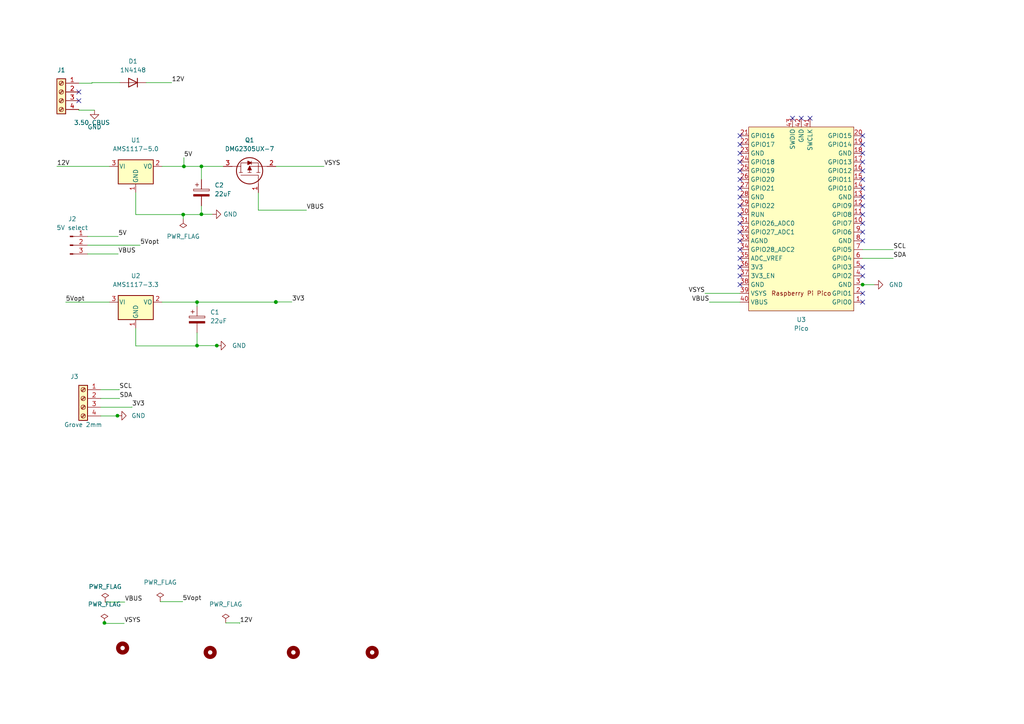
<source format=kicad_sch>
(kicad_sch (version 20211123) (generator eeschema)
  (paper "A4")
  (title_block (title "Can Pico Basic Board") (date "2024-03-26") (rev "1.0"))
  (lib_symbols
    (symbol "Connector:Conn_01x03_Male" (pin_names (offset 1.016) hide)
      (property "Reference" "J" (at 0 5.08 0))
      (property "Value" "Conn_01x03_Male" (at 0 -5.08 0))
      (symbol "Conn_01x03_Male_1_1"
        (polyline (pts (xy 1.27 -2.54) (xy 0.8636 -2.54)) (stroke (width 0.1524)))
        (polyline (pts (xy 1.27 0) (xy 0.8636 0)) (stroke (width 0.1524)))
        (polyline (pts (xy 1.27 2.54) (xy 0.8636 2.54)) (stroke (width 0.1524)))
        (rectangle (start 0.8636 -2.413) (end 0 -2.667) (stroke (width 0.1524)) (fill (type outline)))
        (rectangle (start 0.8636 0.127) (end 0 -0.127) (stroke (width 0.1524)) (fill (type outline)))
        (rectangle (start 0.8636 2.667) (end 0 2.413) (stroke (width 0.1524)) (fill (type outline)))
        (pin passive line (at 5.08 2.54 180) (length 3.81) (name "Pin_1") (number "1"))
        (pin passive line (at 5.08 0 180) (length 3.81) (name "Pin_2") (number "2"))
        (pin passive line (at 5.08 -2.54 180) (length 3.81) (name "Pin_3") (number "3"))
      )
    )
    (symbol "Connector:Screw_Terminal_01x04" (pin_names (offset 1.016) hide)
      (property "Reference" "J" (at 0 5.08 0))
      (property "Value" "Screw_Terminal_01x04" (at 0 -7.62 0))
      (symbol "Screw_Terminal_01x04_1_1"
        (rectangle (start -1.27 3.81) (end 1.27 -6.35) (stroke (width 0.254)) (fill (type background)))
        (circle (center 0 -5.08) (radius 0.635) (stroke (width 0.1524)))
        (circle (center 0 -2.54) (radius 0.635) (stroke (width 0.1524)))
        (polyline (pts (xy -0.5334 -4.7498) (xy 0.3302 -5.588)) (stroke (width 0.1524)))
        (polyline (pts (xy -0.5334 -2.2098) (xy 0.3302 -3.048)) (stroke (width 0.1524)))
        (polyline (pts (xy -0.5334 0.3302) (xy 0.3302 -0.508)) (stroke (width 0.1524)))
        (polyline (pts (xy -0.5334 2.8702) (xy 0.3302 2.032)) (stroke (width 0.1524)))
        (polyline (pts (xy -0.3556 -4.572) (xy 0.508 -5.4102)) (stroke (width 0.1524)))
        (polyline (pts (xy -0.3556 -2.032) (xy 0.508 -2.8702)) (stroke (width 0.1524)))
        (polyline (pts (xy -0.3556 0.508) (xy 0.508 -0.3302)) (stroke (width 0.1524)))
        (polyline (pts (xy -0.3556 3.048) (xy 0.508 2.2098)) (stroke (width 0.1524)))
        (circle (center 0 0) (radius 0.635) (stroke (width 0.1524)))
        (circle (center 0 2.54) (radius 0.635) (stroke (width 0.1524)))
        (pin passive line (at -5.08 2.54 0) (length 3.81) (name "Pin_1") (number "1"))
        (pin passive line (at -5.08 0 0) (length 3.81) (name "Pin_2") (number "2"))
        (pin passive line (at -5.08 -2.54 0) (length 3.81) (name "Pin_3") (number "3"))
        (pin passive line (at -5.08 -5.08 0) (length 3.81) (name "Pin_4") (number "4"))
      )
    )
    (symbol "DMG2305:DMG2305UX-7" (pin_names (offset 0.762))
      (property "Reference" "Q" (at 11.43 3.81 0))
      (property "Value" "DMG2305UX-7" (at 11.43 1.27 0))
      (symbol "DMG2305UX-7_0_0"
        (pin passive line (at 0 0 0) (length 2.54) (name "~") (number "1"))
        (pin passive line (at 7.62 -5.08 90) (length 2.54) (name "~") (number "2"))
        (pin passive line (at 7.62 10.16 270) (length 2.54) (name "~") (number "3"))
      )
      (symbol "DMG2305UX-7_0_1"
        (polyline (pts (xy 5.842 -0.508) (xy 5.842 0.508)) (stroke (width 0.1524)))
        (polyline (pts (xy 5.842 0) (xy 7.62 0)) (stroke (width 0.1524)))
        (polyline (pts (xy 5.842 2.032) (xy 5.842 3.048)) (stroke (width 0.1524)))
        (polyline (pts (xy 5.842 5.588) (xy 5.842 4.572)) (stroke (width 0.1524)))
        (polyline (pts (xy 7.62 2.54) (xy 5.842 2.54)) (stroke (width 0.1524)))
        (polyline (pts (xy 7.62 2.54) (xy 7.62 -2.54)) (stroke (width 0.1524)))
        (polyline (pts (xy 7.62 5.08) (xy 5.842 5.08)) (stroke (width 0.1524)))
        (polyline (pts (xy 7.62 5.08) (xy 7.62 7.62)) (stroke (width 0.1524)))
        (polyline (pts (xy 8.128 2.032) (xy 9.144 2.032)) (stroke (width 0.1524)))
        (polyline (pts (xy 2.54 0) (xy 5.08 0) (xy 5.08 5.08)) (stroke (width 0.1524)))
        (polyline (pts (xy 8.636 2.032) (xy 8.636 0) (xy 7.62 0)) (stroke (width 0.1524)))
        (polyline (pts (xy 8.636 3.048) (xy 8.636 5.08) (xy 7.62 5.08)) (stroke (width 0.1524)))
        (polyline (pts (xy 7.62 2.54) (xy 6.604 3.048) (xy 6.604 2.032) (xy 7.62 2.54)) (stroke (width 0.254)) (fill (type outline)))
        (polyline (pts (xy 8.636 2.032) (xy 8.128 3.048) (xy 9.144 3.048) (xy 8.636 2.032)) (stroke (width 0.254)) (fill (type outline)))
        (circle (center 6.35 2.54) (radius 3.81) (stroke (width 0.254)))
      )
    )
    (symbol "Device:C_Polarized" (pin_numbers hide) (pin_names (offset 0.254))
      (property "Reference" "C" (at 0.635 2.54 0))
      (property "Value" "C_Polarized" (at 0.635 -2.54 0))
      (symbol "C_Polarized_0_1"
        (rectangle (start -2.286 0.508) (end 2.286 1.016))
        (polyline (pts (xy -1.778 2.286) (xy -0.762 2.286)))
        (polyline (pts (xy -1.27 2.794) (xy -1.27 1.778)))
        (rectangle (start 2.286 -0.508) (end -2.286 -1.016) (fill (type outline)))
      )
      (symbol "C_Polarized_1_1"
        (pin passive line (at 0 3.81 270) (length 2.794) (name "~") (number "1"))
        (pin passive line (at 0 -3.81 90) (length 2.794) (name "~") (number "2"))
      )
    )
    (symbol "Diode:1N4148" (pin_numbers hide) (pin_names hide)
      (property "Reference" "D" (at 0 2.54 0))
      (property "Value" "1N4148" (at 0 -2.54 0))
      (symbol "1N4148_0_1"
        (polyline (pts (xy -1.27 1.27) (xy -1.27 -1.27)) (stroke (width 0.254)))
        (polyline (pts (xy 1.27 0) (xy -1.27 0)))
        (polyline (pts (xy 1.27 1.27) (xy 1.27 -1.27) (xy -1.27 0) (xy 1.27 1.27)) (stroke (width 0.254)))
      )
      (symbol "1N4148_1_1"
        (pin passive line (at -3.81 0 0) (length 2.54) (name "K") (number "1"))
        (pin passive line (at 3.81 0 180) (length 2.54) (name "A") (number "2"))
      )
    )
    (symbol "MCU_RaspberryPi_and_Boards:Pico"
      (property "Reference" "U" (at -13.97 27.94 0))
      (property "Value" "Pico" (at 0 19.05 0))
      (symbol "Pico_0_0"
        (text "Raspberry Pi Pico" (at 0 21.59 0) (effects (font (size 1.27 1.27))))
      )
      (symbol "Pico_0_1"
        (rectangle (start -15.24 26.67) (end 15.24 -26.67) (fill (type background)))
      )
      (symbol "Pico_1_1"
        (pin bidirectional line (at -17.78 24.13 0) (length 2.54) (name "GPIO0") (number "1"))
        (pin bidirectional line (at -17.78 1.27 0) (length 2.54) (name "GPIO7") (number "10"))
        (pin bidirectional line (at -17.78 -1.27 0) (length 2.54) (name "GPIO8") (number "11"))
        (pin bidirectional line (at -17.78 -3.81 0) (length 2.54) (name "GPIO9") (number "12"))
        (pin power_in line (at -17.78 -6.35 0) (length 2.54) (name "GND") (number "13"))
        (pin bidirectional line (at -17.78 -8.89 0) (length 2.54) (name "GPIO10") (number "14"))
        (pin bidirectional line (at -17.78 -11.43 0) (length 2.54) (name "GPIO11") (number "15"))
        (pin bidirectional line (at -17.78 -13.97 0) (length 2.54) (name "GPIO12") (number "16"))
        (pin bidirectional line (at -17.78 -16.51 0) (length 2.54) (name "GPIO13") (number "17"))
        (pin power_in line (at -17.78 -19.05 0) (length 2.54) (name "GND") (number "18"))
        (pin bidirectional line (at -17.78 -21.59 0) (length 2.54) (name "GPIO14") (number "19"))
        (pin bidirectional line (at -17.78 21.59 0) (length 2.54) (name "GPIO1") (number "2"))
        (pin bidirectional line (at -17.78 -24.13 0) (length 2.54) (name "GPIO15") (number "20"))
        (pin bidirectional line (at 17.78 -24.13 180) (length 2.54) (name "GPIO16") (number "21"))
        (pin bidirectional line (at 17.78 -21.59 180) (length 2.54) (name "GPIO17") (number "22"))
        (pin power_in line (at 17.78 -19.05 180) (length 2.54) (name "GND") (number "23"))
        (pin bidirectional line (at 17.78 -16.51 180) (length 2.54) (name "GPIO18") (number "24"))
        (pin bidirectional line (at 17.78 -13.97 180) (length 2.54) (name "GPIO19") (number "25"))
        (pin bidirectional line (at 17.78 -11.43 180) (length 2.54) (name "GPIO20") (number "26"))
        (pin bidirectional line (at 17.78 -8.89 180) (length 2.54) (name "GPIO21") (number "27"))
        (pin power_in line (at 17.78 -6.35 180) (length 2.54) (name "GND") (number "28"))
        (pin bidirectional line (at 17.78 -3.81 180) (length 2.54) (name "GPIO22") (number "29"))
        (pin power_in line (at -17.78 19.05 0) (length 2.54) (name "GND") (number "3"))
        (pin input line (at 17.78 -1.27 180) (length 2.54) (name "RUN") (number "30"))
        (pin bidirectional line (at 17.78 1.27 180) (length 2.54) (name "GPIO26_ADC0") (number "31"))
        (pin bidirectional line (at 17.78 3.81 180) (length 2.54) (name "GPIO27_ADC1") (number "32"))
        (pin power_in line (at 17.78 6.35 180) (length 2.54) (name "AGND") (number "33"))
        (pin bidirectional line (at 17.78 8.89 180) (length 2.54) (name "GPIO28_ADC2") (number "34"))
        (pin power_in line (at 17.78 11.43 180) (length 2.54) (name "ADC_VREF") (number "35"))
        (pin power_in line (at 17.78 13.97 180) (length 2.54) (name "3V3") (number "36"))
        (pin input line (at 17.78 16.51 180) (length 2.54) (name "3V3_EN") (number "37"))
        (pin bidirectional line (at 17.78 19.05 180) (length 2.54) (name "GND") (number "38"))
        (pin power_in line (at 17.78 21.59 180) (length 2.54) (name "VSYS") (number "39"))
        (pin bidirectional line (at -17.78 16.51 0) (length 2.54) (name "GPIO2") (number "4"))
        (pin power_in line (at 17.78 24.13 180) (length 2.54) (name "VBUS") (number "40"))
        (pin input line (at -2.54 -29.21 90) (length 2.54) (name "SWCLK") (number "41"))
        (pin power_in line (at 0 -29.21 90) (length 2.54) (name "GND") (number "42"))
        (pin bidirectional line (at 2.54 -29.21 90) (length 2.54) (name "SWDIO") (number "43"))
        (pin bidirectional line (at -17.78 13.97 0) (length 2.54) (name "GPIO3") (number "5"))
        (pin bidirectional line (at -17.78 11.43 0) (length 2.54) (name "GPIO4") (number "6"))
        (pin bidirectional line (at -17.78 8.89 0) (length 2.54) (name "GPIO5") (number "7"))
        (pin power_in line (at -17.78 6.35 0) (length 2.54) (name "GND") (number "8"))
        (pin bidirectional line (at -17.78 3.81 0) (length 2.54) (name "GPIO6") (number "9"))
      )
    )
    (symbol "Mechanical:MountingHole" (pin_names (offset 1.016))
      (property "Reference" "H" (at 0 5.08 0))
      (property "Value" "MountingHole" (at 0 3.175 0))
      (symbol "MountingHole_0_1"
        (circle (center 0 0) (radius 1.27) (stroke (width 1.27)))
      )
    )
    (symbol "Regulator_Linear:AMS1117-3.3" (pin_names (offset 0.254))
      (property "Reference" "U" (at -3.81 3.175 0))
      (property "Value" "AMS1117-3.3" (at 0 3.175 0))
      (symbol "AMS1117-3.3_0_1"
        (rectangle (start -5.08 -5.08) (end 5.08 1.905) (stroke (width 0.254)) (fill (type background)))
      )
      (symbol "AMS1117-3.3_1_1"
        (pin power_in line (at 0 -7.62 90) (length 2.54) (name "GND") (number "1"))
        (pin power_out line (at 7.62 0 180) (length 2.54) (name "VO") (number "2"))
        (pin power_in line (at -7.62 0 0) (length 2.54) (name "VI") (number "3"))
      )
    )
    (symbol "Regulator_Linear:AMS1117-5.0" (pin_names (offset 0.254))
      (property "Reference" "U" (at -3.81 3.175 0))
      (property "Value" "AMS1117-5.0" (at 0 3.175 0))
      (symbol "AMS1117-5.0_0_1"
        (rectangle (start -5.08 -5.08) (end 5.08 1.905) (stroke (width 0.254)) (fill (type background)))
      )
      (symbol "AMS1117-5.0_1_1"
        (pin power_in line (at 0 -7.62 90) (length 2.54) (name "GND") (number "1"))
        (pin power_out line (at 7.62 0 180) (length 2.54) (name "VO") (number "2"))
        (pin power_in line (at -7.62 0 0) (length 2.54) (name "VI") (number "3"))
      )
    )
    (symbol "power:GND" (power) (pin_names (offset 0))
      (property "Value" "GND" (at 0 -3.81 0))
      (symbol "GND_0_1"
        (polyline (pts (xy 0 0) (xy 0 -1.27) (xy 1.27 -1.27) (xy 0 -2.54) (xy -1.27 -1.27) (xy 0 -1.27)))
      )
      (symbol "GND_1_1"
        (pin power_in line (at 0 0 270) (length 0) hide (name "GND") (number "1"))
      )
    )
    (symbol "power:PWR_FLAG" (power) (pin_numbers hide) (pin_names (offset 0) hide)
      (property "Value" "PWR_FLAG" (at 0 3.81 0))
      (symbol "PWR_FLAG_0_0"
        (pin power_out line (at 0 0 90) (length 0) (name "pwr") (number "1"))
      )
      (symbol "PWR_FLAG_0_1"
        (polyline (pts (xy 0 0) (xy 0 1.27) (xy -1.016 1.905) (xy 0 2.54) (xy 1.016 1.905) (xy 0 1.27)))
      )
    )
  )
  (junction (at 80.01 87.63))
  (junction (at 34.065 120.5719))
  (junction (at 58.42 62.1444))
  (junction (at 53.1444 62.23))
  (junction (at 250.19 82.55))
  (junction (at 30.293 180.6696))
  (junction (at 53.34 48.26))
  (junction (at 62.877 100.2379))
  (junction (at 58.42 48.26))
  (junction (at 80.01 87.5771))
  (junction (at 57.15 100.2425))
  (junction (at 57.15 87.63))
  (no_connect (at 214.63 59.69))
  (no_connect (at 214.63 39.37))
  (no_connect (at 214.63 80.01))
  (no_connect (at 250.19 49.53))
  (no_connect (at 214.63 69.85))
  (no_connect (at 234.95 34.29))
  (no_connect (at 214.63 46.99))
  (no_connect (at 214.63 54.61))
  (no_connect (at 214.63 62.23))
  (no_connect (at 214.63 74.93))
  (no_connect (at 250.19 87.63))
  (no_connect (at 22.86 26.67))
  (no_connect (at 250.19 44.45))
  (no_connect (at 250.19 77.47))
  (no_connect (at 214.63 44.45))
  (no_connect (at 250.19 64.77))
  (no_connect (at 214.63 72.39))
  (no_connect (at 214.63 82.55))
  (no_connect (at 250.19 54.61))
  (no_connect (at 250.19 52.07))
  (no_connect (at 214.63 67.31))
  (no_connect (at 250.19 85.09))
  (no_connect (at 232.41 34.29))
  (no_connect (at 250.19 80.01))
  (no_connect (at 22.86 29.21))
  (no_connect (at 250.19 67.31))
  (no_connect (at 214.63 57.15))
  (no_connect (at 229.87 34.29))
  (no_connect (at 214.63 49.53))
  (no_connect (at 250.19 59.69))
  (no_connect (at 214.63 41.91))
  (no_connect (at 250.19 46.99))
  (no_connect (at 214.63 77.47))
  (no_connect (at 250.19 62.23))
  (no_connect (at 250.19 69.85))
  (no_connect (at 214.63 64.77))
  (no_connect (at 214.63 52.07))
  (no_connect (at 250.19 39.37))
  (no_connect (at 250.19 57.15))
  (no_connect (at 250.19 41.91))
  (wire (pts (xy 80.01 48.26) (xy 93.98 48.26)))
  (wire (pts (xy 204.47 85.09) (xy 214.63 85.09)))
  (wire (pts (xy 62.877 100.2425) (xy 62.877 100.2379)))
  (wire (pts (xy 34.5851 113.03) (xy 34.5851 112.9493)))
  (wire (pts (xy 29.21 118.11) (xy 38.2808 118.11)))
  (wire (pts (xy 39.37 55.88) (xy 39.37 62.23)))
  (wire (pts (xy 26.67 23.9707) (xy 26.67 24.13)))
  (wire (pts (xy 250.19 74.93) (xy 259.08 74.93)))
  (wire (pts (xy 58.42 62.1444) (xy 58.42 62.23)))
  (wire (pts (xy 58.42 48.26) (xy 58.42 52.07)))
  (wire (pts (xy 42.3851 23.9707) (xy 49.8013 23.9707)))
  (wire (pts (xy 57.15 100.2425) (xy 62.877 100.2425)))
  (wire (pts (xy 205.74 87.63) (xy 214.63 87.63)))
  (wire (pts (xy 58.42 59.69) (xy 58.42 62.1444)))
  (wire (pts (xy 19.05 87.63) (xy 31.75 87.63)))
  (wire (pts (xy 34.065 120.65) (xy 34.065 120.5719)))
  (wire (pts (xy 34.6544 115.57) (xy 34.6544 115.5812)))
  (wire (pts (xy 22.86 31.9563) (xy 22.86 31.75)))
  (wire (pts (xy 39.37 100.33) (xy 57.15 100.33)))
  (wire (pts (xy 29.21 113.03) (xy 34.5851 113.03)))
  (wire (pts (xy 250.19 82.5868) (xy 250.19 82.55)))
  (wire (pts (xy 25.4 68.58) (xy 34.29 68.58)))
  (wire (pts (xy 53.1444 62.23) (xy 58.42 62.23)))
  (wire (pts (xy 16.51 48.26) (xy 31.75 48.26)))
  (wire (pts (xy 57.15 96.52) (xy 57.15 100.2425)))
  (wire (pts (xy 253.5314 82.5868) (xy 250.19 82.5868)))
  (wire (pts (xy 36.0337 180.8186) (xy 30.293 180.8186)))
  (wire (pts (xy 39.37 62.23) (xy 53.1444 62.23)))
  (wire (pts (xy 25.4 71.12) (xy 40.64 71.12)))
  (wire (pts (xy 53.34 45.72) (xy 53.34 48.26)))
  (wire (pts (xy 27.4135 31.9563) (xy 22.86 31.9563)))
  (wire (pts (xy 52.9373 174.5064) (xy 52.9373 174.4588)))
  (wire (pts (xy 39.37 95.25) (xy 39.37 100.33)))
  (wire (pts (xy 25.4 73.66) (xy 34.29 73.66)))
  (wire (pts (xy 74.93 60.96) (xy 88.9 60.96)))
  (wire (pts (xy 84.672 87.5771) (xy 80.01 87.5771)))
  (wire (pts (xy 57.15 87.63) (xy 80.01 87.63)))
  (wire (pts (xy 22.86 24.13) (xy 26.67 24.13)))
  (wire (pts (xy 57.15 100.2425) (xy 57.15 100.33)))
  (wire (pts (xy 29.21 120.65) (xy 34.065 120.65)))
  (wire (pts (xy 34.7651 23.9707) (xy 26.67 23.9707)))
  (wire (pts (xy 30.5108 174.6262) (xy 36.2011 174.6262)))
  (wire (pts (xy 46.4714 174.5064) (xy 52.9373 174.5064)))
  (wire (pts (xy 58.42 62.1444) (xy 61.51 62.1444)))
  (wire (pts (xy 57.15 87.63) (xy 57.15 88.9)))
  (wire (pts (xy 250.19 72.39) (xy 259.08 72.39)))
  (wire (pts (xy 74.93 60.96) (xy 74.93 55.88)))
  (wire (pts (xy 53.34 48.26) (xy 58.42 48.26)))
  (wire (pts (xy 80.01 87.5771) (xy 80.01 87.63)))
  (wire (pts (xy 53.1444 62.23) (xy 53.1444 63.4959)))
  (wire (pts (xy 46.99 87.63) (xy 57.15 87.63)))
  (wire (pts (xy 69.5486 180.6696) (xy 69.5486 180.8186)))
  (wire (pts (xy 65.4745 180.6696) (xy 69.5486 180.6696)))
  (wire (pts (xy 46.99 48.26) (xy 53.34 48.26)))
  (wire (pts (xy 30.293 180.8186) (xy 30.293 180.6696)))
  (wire (pts (xy 38.2808 118.11) (xy 38.2808 118.0266)))
  (wire (pts (xy 29.21 115.57) (xy 34.6544 115.57)))
  (wire (pts (xy 58.42 48.26) (xy 64.77 48.26)))
  (label "VBUS" (at 34.29 73.66 0))
  (label "12V" (at 16.51 48.26 0))
  (label "VBUS" (at 88.9 60.96 0))
  (label "VBUS" (at 205.74 87.63 180))
  (label "3V3" (at 38.2808 118.0266 0))
  (label "SDA" (at 259.08 74.93 0))
  (label "3V3" (at 84.672 87.5771 0))
  (label "5Vopt" (at 40.64 71.12 0))
  (label "5Vopt" (at 19.05 87.63 0))
  (label "12V" (at 49.8013 23.9707 0))
  (label "5V" (at 34.29 68.58 0))
  (label "VSYS" (at 204.47 85.09 180))
  (label "5Vopt" (at 52.9373 174.4588 0))
  (label "5V" (at 53.34 45.72 0))
  (label "SCL" (at 259.08 72.39 0))
  (label "VBUS" (at 36.2011 174.6262 0))
  (label "SDA" (at 34.6544 115.5812 0))
  (label "VSYS" (at 36.0337 180.8186 0))
  (label "12V" (at 69.5486 180.8186 0))
  (label "SCL" (at 34.5851 112.9493 0))
  (label "VSYS" (at 93.98 48.26 0))
  (symbol (lib_id "Mechanical:MountingHole") (at 107.95 189.23 0) (unit 1)
    (property "Reference" "H4" (effects hide))
    (property "Value" "MountingHole" (effects hide))
    (property "Footprint" "MountingHole:MountingHole_3.2mm_M3" (effects hide))
  )
  (symbol (lib_id "power:PWR_FLAG") (at 46.4714 174.5064 0) (unit 1)
    (property "Reference" "#FLG03" (effects hide))
    (property "Value" "PWR_FLAG" (at 46.4714 168.91 0))
  )
  (symbol (lib_id "power:PWR_FLAG") (at 30.293 180.6696 0) (unit 1)
    (property "Reference" "#FLG01" (effects hide))
    (property "Value" "PWR_FLAG" (at 30.293 175.26 0))
  )
  (symbol (lib_id "Device:C_Polarized") (at 57.15 92.71 0) (unit 1)
    (property "Reference" "C1" (at 60.96 90.5509 0) (effects (justify left)))
    (property "Value" "22uF" (at 60.96 93.0909 0) (effects (justify left)))
    (property "Footprint" "Capacitor_THT:CP_Radial_Tantal_D7.0mm_P5.00mm" (effects hide))
  )
  (symbol (lib_id "power:PWR_FLAG") (at 53.1444 63.4959 180) (unit 1)
    (property "Reference" "#FLG04" (effects hide))
    (property "Value" "PWR_FLAG" (at 53.1444 68.58 0))
  )
  (symbol (lib_id "power:PWR_FLAG") (at 65.4745 180.6696 0) (unit 1)
    (property "Reference" "#FLG05" (effects hide))
    (property "Value" "PWR_FLAG" (at 65.4745 175.26 0))
  )
  (symbol (lib_id "DMG2305:DMG2305UX-7") (at 74.93 55.88 90) (unit 1)
    (property "Reference" "Q1" (at 72.39 40.64 90))
    (property "Value" "DMG2305UX-7" (at 72.39 43.18 90))
    (property "Footprint" "Package_TO_SOT_SMD:SOT-23" (effects hide))
    (property "Datasheet" "https://www.diodes.com/assets/Datasheets/DMG2305UX.pdf" (effects hide))
    (property "Description" "MOSFET P-Ch 20V 5A Enhancement SOT23 Diodes Inc DMG2305UX-7 P-channel MOSFET Transistor, -3.3 A, -20 V, 3-Pin SOT-23" (effects hide))
    (property "Height" "1.1" (effects hide))
    (property "Mouser Part Number" "621-DMG2305UX-7" (effects hide))
    (property "Mouser Price/Stock" "https://www.mouser.co.uk/ProductDetail/Diodes-Incorporated/DMG2305UX-7?qs=L1DZKBg7t5F%2FNBHrjfxC%252Bg%3D%3D" (effects hide))
    (property "Manufacturer_Name" "Diodes Inc." (effects hide))
    (property "Manufacturer_Part_Number" "DMG2305UX-7" (effects hide))
  )
  (symbol (lib_id "Mechanical:MountingHole") (at 35.56 187.96 0) (unit 1)
    (property "Reference" "H1" (effects hide))
    (property "Value" "MountingHole" (effects hide))
    (property "Footprint" "MountingHole:MountingHole_3.2mm_M3" (effects hide))
  )
  (symbol (lib_id "Connector:Screw_Terminal_01x04") (at 24.13 115.57 0) (mirror y) (unit 1)
    (property "Reference" "J3" (at 21.59 109.22 0))
    (property "Value" "Grove 2mm" (at 24.13 123.19 0))
    (property "Footprint" "OPL_Connector:HW4-2.0" (effects hide))
  )
  (symbol (lib_id "Connector:Screw_Terminal_01x04") (at 17.78 26.67 0) (mirror y) (unit 1)
    (property "Reference" "J1" (at 17.78 20.32 0))
    (property "Value" "3.50 CBUS " (at 26.67 35.56 0))
    (property "Footprint" "TerminalBlock_Phoenix:TerminalBlock_Phoenix_PT-1,5-4-3.5-H_1x04_P3.50mm_Horizontal" (effects hide))
  )
  (symbol (lib_id "power:GND") (at 34.065 120.5719 90) (mirror x) (unit 1)
    (property "Reference" "#PWR02" (effects hide))
    (property "Value" "GND" (at 38.1 120.5718 90) (effects (justify right)))
  )
  (symbol (lib_id "Device:C_Polarized") (at 58.42 55.88 0) (unit 1)
    (property "Reference" "C2" (at 62.23 53.7209 0) (effects (justify left)))
    (property "Value" "22uF" (at 62.23 56.2609 0) (effects (justify left)))
    (property "Footprint" "Capacitor_THT:CP_Radial_Tantal_D7.0mm_P5.00mm" (effects hide))
  )
  (symbol (lib_id "Connector:Conn_01x03_Male") (at 20.32 71.12 0) (unit 1)
    (property "Reference" "J2" (at 20.955 63.5 0))
    (property "Value" "5V select" (at 20.955 66.04 0))
    (property "Footprint" "Connector_PinHeader_2.54mm:PinHeader_1x03_P2.54mm_Vertical" (effects hide))
  )
  (symbol (lib_id "Regulator_Linear:AMS1117-5.0") (at 39.37 48.26 0) (unit 1)
    (property "Reference" "U1" (at 39.37 40.64 0))
    (property "Value" "AMS1117-5.0" (at 39.37 43.18 0))
    (property "Footprint" "Package_TO_SOT_SMD:SOT-223-3_TabPin2" (effects hide))
    (property "Datasheet" "http://www.advanced-monolithic.com/pdf/ds1117.pdf" (effects hide))
  )
  (symbol (lib_id "Mechanical:MountingHole") (at 60.96 189.23 0) (unit 1)
    (property "Reference" "H2" (effects hide))
    (property "Value" "MountingHole" (effects hide))
    (property "Footprint" "MountingHole:MountingHole_3.2mm_M3" (effects hide))
  )
  (symbol (lib_id "power:GND") (at 27.4135 31.9563 0) (unit 1)
    (property "Reference" "#PWR01" (effects hide))
    (property "Value" "GND" (at 27.4135 36.83 0))
  )
  (symbol (lib_id "Regulator_Linear:AMS1117-3.3") (at 39.37 87.63 0) (unit 1)
    (property "Reference" "U2" (at 39.37 80.01 0))
    (property "Value" "AMS1117-3.3" (at 39.37 82.55 0))
    (property "Footprint" "Package_TO_SOT_SMD:SOT-223-3_TabPin2" (effects hide))
    (property "Datasheet" "http://www.advanced-monolithic.com/pdf/ds1117.pdf" (effects hide))
  )
  (symbol (lib_id "MCU_RaspberryPi_and_Boards:Pico") (at 232.41 63.5 180) (unit 1)
    (property "Reference" "U3" (at 232.41 92.71 0))
    (property "Value" "Pico" (at 232.41 95.25 0))
    (property "Footprint" "MCU_RaspberryPi_and_Boards:RP2040Pico" (effects hide))
  )
  (symbol (lib_id "Diode:1N4148") (at 38.5751 23.9707 180) (unit 1)
    (property "Reference" "D1" (at 38.5751 17.78 0))
    (property "Value" "1N4148" (at 38.5751 20.32 0))
    (property "Footprint" "Diode_THT:D_DO-35_SOD27_P7.62mm_Horizontal" (effects hide))
    (property "Datasheet" "https://assets.nexperia.com/documents/data-sheet/1N4148_1N4448.pdf" (effects hide))
  )
  (symbol (lib_id "Mechanical:MountingHole") (at 85.09 189.23 0) (unit 1)
    (property "Reference" "H3" (effects hide))
    (property "Value" "MountingHole" (effects hide))
    (property "Footprint" "MountingHole:MountingHole_3.2mm_M3" (effects hide))
  )
  (symbol (lib_id "power:GND") (at 62.877 100.2379 90) (unit 1)
    (property "Reference" "#PWR04" (effects hide))
    (property "Value" "GND" (at 67.31 100.2378 90) (effects (justify right)))
  )
  (symbol (lib_id "power:PWR_FLAG") (at 30.5108 174.6262 0) (unit 1)
    (property "Reference" "#FLG02" (effects hide))
    (property "Value" "PWR_FLAG" (at 30.5108 170.18 0))
  )
  (symbol (lib_id "power:GND") (at 253.5314 82.5868 90) (unit 1)
    (property "Reference" "#PWR05" (effects hide))
    (property "Value" "GND" (at 257.81 82.5867 90) (effects (justify right)))
  )
  (symbol (lib_id "power:GND") (at 61.51 62.1444 90) (unit 1)
    (property "Reference" "#PWR03" (effects hide))
    (property "Value" "GND" (at 64.77 62.1443 90) (effects (justify right)))
  )
)
</source>
